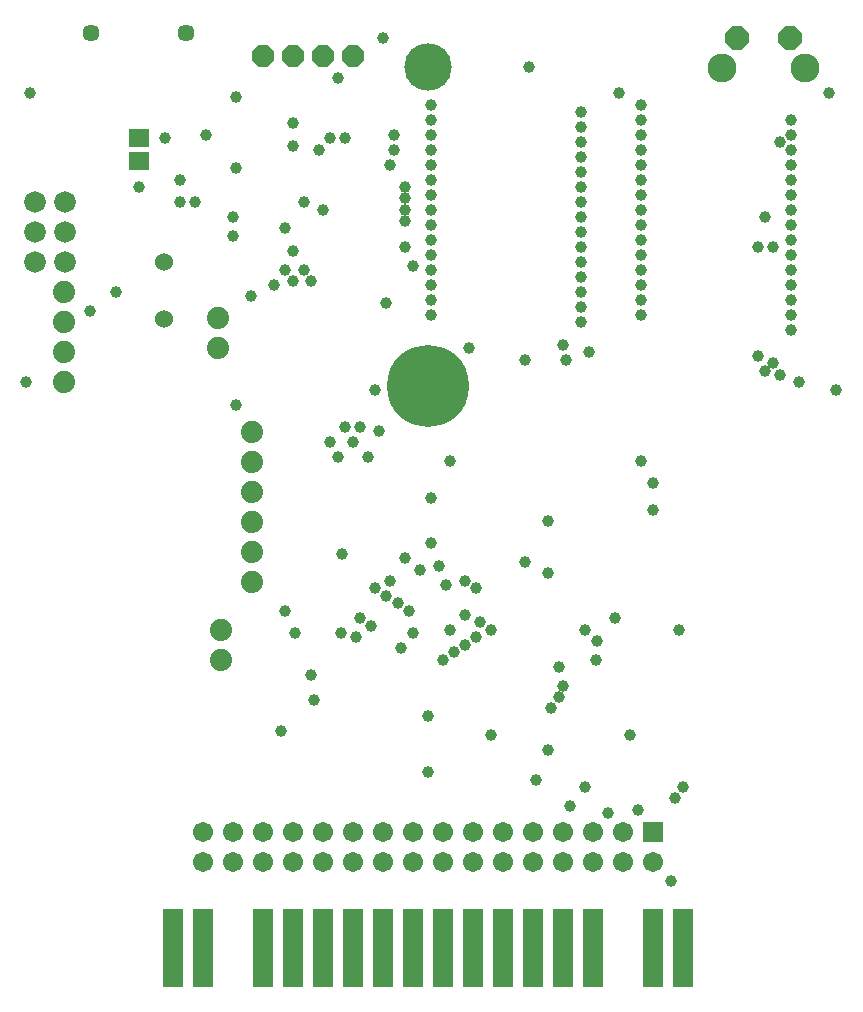
<source format=gbs>
G75*
%MOIN*%
%OFA0B0*%
%FSLAX24Y24*%
%IPPOS*%
%LPD*%
%AMOC8*
5,1,8,0,0,1.08239X$1,22.5*
%
%ADD10C,0.2730*%
%ADD11C,0.1182*%
%ADD12R,0.0680X0.2630*%
%ADD13C,0.0572*%
%ADD14C,0.0720*%
%ADD15C,0.0740*%
%ADD16OC8,0.0780*%
%ADD17C,0.0965*%
%ADD18C,0.0600*%
%ADD19R,0.0674X0.0674*%
%ADD20C,0.0674*%
%ADD21OC8,0.0740*%
%ADD22R,0.0671X0.0592*%
%ADD23C,0.0390*%
%ADD24C,0.1582*%
D10*
X014430Y022550D03*
D11*
X014430Y033175D03*
D12*
X005930Y003800D03*
X006930Y003800D03*
X008930Y003800D03*
X009930Y003800D03*
X010930Y003800D03*
X011930Y003800D03*
X012930Y003800D03*
X013930Y003800D03*
X014930Y003800D03*
X015930Y003800D03*
X016930Y003800D03*
X017930Y003800D03*
X018930Y003800D03*
X019930Y003800D03*
X021930Y003800D03*
X022930Y003800D03*
D13*
X006359Y034330D03*
X003210Y034330D03*
D14*
X002330Y028675D03*
X002330Y027675D03*
X002330Y026675D03*
X001330Y026675D03*
X001330Y027675D03*
X001330Y028675D03*
D15*
X002305Y025675D03*
X002305Y024675D03*
X002305Y023675D03*
X002305Y022675D03*
X007430Y023800D03*
X007430Y024800D03*
X008580Y021025D03*
X008580Y020025D03*
X008580Y019025D03*
X008580Y018025D03*
X008580Y017025D03*
X008580Y016025D03*
X007555Y014425D03*
X007555Y013425D03*
D16*
X024740Y034140D03*
X026520Y034140D03*
D17*
X027010Y033160D03*
X024250Y033160D03*
D18*
X005655Y026675D03*
X005655Y024775D03*
D19*
X021930Y007675D03*
D20*
X021930Y006675D03*
X020930Y006675D03*
X020930Y007675D03*
X019930Y007675D03*
X019930Y006675D03*
X018930Y006675D03*
X018930Y007675D03*
X017930Y007675D03*
X017930Y006675D03*
X016930Y006675D03*
X016930Y007675D03*
X015930Y007675D03*
X015930Y006675D03*
X014930Y006675D03*
X014930Y007675D03*
X013930Y007675D03*
X013930Y006675D03*
X012930Y006675D03*
X012930Y007675D03*
X011930Y007675D03*
X011930Y006675D03*
X010930Y006675D03*
X010930Y007675D03*
X009930Y007675D03*
X009930Y006675D03*
X008930Y006675D03*
X008930Y007675D03*
X007930Y007675D03*
X007930Y006675D03*
X006930Y006675D03*
X006930Y007675D03*
D21*
X008930Y033550D03*
X009930Y033550D03*
X010930Y033550D03*
X011930Y033550D03*
D22*
X004805Y030799D03*
X004805Y030051D03*
D23*
X004805Y029175D03*
X006180Y029425D03*
X006180Y028675D03*
X006680Y028675D03*
X007930Y028175D03*
X007930Y027550D03*
X009305Y025925D03*
X009680Y026425D03*
X009930Y026050D03*
X010305Y026425D03*
X010555Y026050D03*
X009930Y027050D03*
X009680Y027800D03*
X010305Y028675D03*
X010930Y028425D03*
X010805Y030425D03*
X011167Y030800D03*
X011680Y030800D03*
X013180Y029925D03*
X013305Y030425D03*
X013305Y030925D03*
X014555Y030925D03*
X014555Y030425D03*
X014555Y029925D03*
X014555Y029425D03*
X014555Y028925D03*
X014555Y028425D03*
X014555Y027925D03*
X014555Y027425D03*
X014555Y026925D03*
X014555Y026425D03*
X014555Y025925D03*
X014555Y025425D03*
X014555Y024925D03*
X015805Y023800D03*
X017680Y023425D03*
X018930Y023925D03*
X019055Y023425D03*
X019805Y023675D03*
X019555Y024675D03*
X019555Y025175D03*
X019555Y025675D03*
X019555Y026175D03*
X019555Y026675D03*
X019555Y027175D03*
X019555Y027675D03*
X019555Y028175D03*
X019555Y028675D03*
X019555Y029175D03*
X019555Y029675D03*
X019555Y030175D03*
X019555Y030675D03*
X019555Y031175D03*
X019555Y031675D03*
X020805Y032300D03*
X021555Y031925D03*
X021555Y031425D03*
X021555Y030925D03*
X021555Y030425D03*
X021555Y029925D03*
X021555Y029425D03*
X021555Y028925D03*
X021555Y028425D03*
X021555Y027925D03*
X021555Y027425D03*
X021555Y026925D03*
X021555Y026425D03*
X021555Y025925D03*
X021555Y025425D03*
X021555Y024925D03*
X021555Y020050D03*
X021930Y019300D03*
X021930Y018425D03*
X020680Y014800D03*
X020060Y014045D03*
X019680Y014425D03*
X020055Y013425D03*
X018805Y013175D03*
X018930Y012550D03*
X018805Y012175D03*
X018555Y011800D03*
X018430Y010425D03*
X018055Y009425D03*
X019180Y008550D03*
X019680Y009175D03*
X020430Y008300D03*
X021430Y008425D03*
X022680Y008800D03*
X022930Y009175D03*
X021180Y010925D03*
X022805Y014425D03*
X018430Y016300D03*
X017680Y016675D03*
X018430Y018050D03*
X016055Y015800D03*
X015680Y016050D03*
X015055Y015925D03*
X014805Y016550D03*
X014180Y016425D03*
X013680Y016800D03*
X013180Y016050D03*
X013055Y015550D03*
X013430Y015300D03*
X013805Y015050D03*
X013930Y014300D03*
X013555Y013800D03*
X012555Y014550D03*
X012180Y014800D03*
X012055Y014175D03*
X011555Y014300D03*
X010555Y012925D03*
X010633Y012097D03*
X009555Y011050D03*
X009997Y014300D03*
X009680Y015050D03*
X011566Y016936D03*
X012680Y015800D03*
X014555Y017300D03*
X014555Y018818D03*
X015180Y020050D03*
X012805Y021050D03*
X012180Y021175D03*
X011930Y020675D03*
X011680Y021175D03*
X011180Y020675D03*
X011430Y020175D03*
X012430Y020175D03*
X012680Y022425D03*
X013055Y025300D03*
X013930Y026550D03*
X013680Y027175D03*
X013680Y028050D03*
X013680Y028425D03*
X013680Y028800D03*
X013680Y029175D03*
X014555Y031425D03*
X014555Y031925D03*
X012930Y034140D03*
X011430Y032800D03*
X009930Y031300D03*
X009930Y030550D03*
X008055Y029800D03*
X007055Y030925D03*
X008055Y032175D03*
X005680Y030800D03*
X004055Y025675D03*
X003180Y025050D03*
X001055Y022675D03*
X008055Y021925D03*
X008555Y025550D03*
X001180Y032300D03*
X015680Y014925D03*
X016180Y014675D03*
X016555Y014425D03*
X016055Y014175D03*
X015680Y013925D03*
X015305Y013675D03*
X014930Y013425D03*
X015180Y014425D03*
X014430Y011550D03*
X014430Y009675D03*
X016555Y010925D03*
X022555Y006050D03*
X026805Y022675D03*
X026180Y022925D03*
X025930Y023300D03*
X025680Y023050D03*
X025430Y023550D03*
X026555Y024425D03*
X026555Y024925D03*
X026555Y025425D03*
X026555Y025925D03*
X026555Y026425D03*
X026555Y026925D03*
X026555Y027425D03*
X026555Y027925D03*
X026555Y028425D03*
X026555Y028925D03*
X026555Y029425D03*
X026555Y029925D03*
X026555Y030425D03*
X026555Y030925D03*
X026555Y031425D03*
X026180Y030675D03*
X027805Y032300D03*
X025680Y028175D03*
X025430Y027175D03*
X025930Y027175D03*
X028055Y022425D03*
X017805Y033175D03*
D24*
X014430Y033175D03*
M02*

</source>
